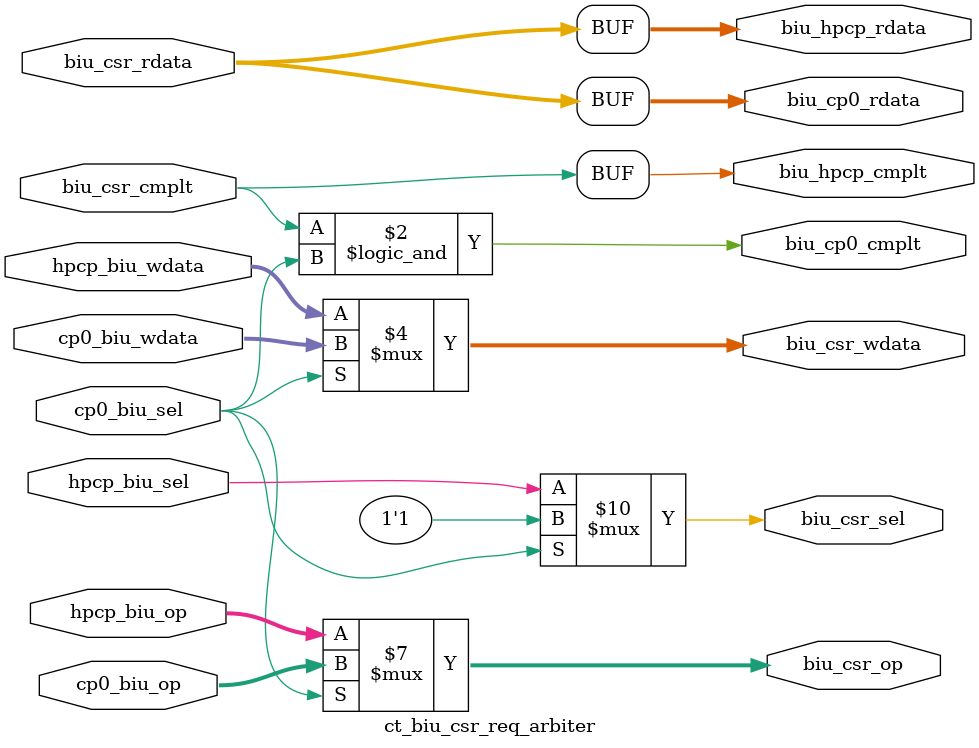
<source format=v>
/*Copyright 2019-2021 T-Head Semiconductor Co., Ltd.

Licensed under the Apache License, Version 2.0 (the "License");
you may not use this file except in compliance with the License.
You may obtain a copy of the License at

    http://www.apache.org/licenses/LICENSE-2.0

Unless required by applicable law or agreed to in writing, software
distributed under the License is distributed on an "AS IS" BASIS,
WITHOUT WARRANTIES OR CONDITIONS OF ANY KIND, either express or implied.
See the License for the specific language governing permissions and
limitations under the License.
*/
module ct_biu_csr_req_arbiter(
  biu_cp0_cmplt,
  biu_cp0_rdata,
  biu_csr_cmplt,
  biu_csr_op,
  biu_csr_rdata,
  biu_csr_sel,
  biu_csr_wdata,
  biu_hpcp_cmplt,
  biu_hpcp_rdata,
  cp0_biu_op,
  cp0_biu_sel,
  cp0_biu_wdata,
  hpcp_biu_op,
  hpcp_biu_sel,
  hpcp_biu_wdata
);

// &Ports; @23
input            biu_csr_cmplt; 
input   [127:0]  biu_csr_rdata; 
input   [15 :0]  cp0_biu_op;    
input            cp0_biu_sel;   
input   [63 :0]  cp0_biu_wdata; 
input   [15 :0]  hpcp_biu_op;   
input            hpcp_biu_sel;  
input   [63 :0]  hpcp_biu_wdata; 
output           biu_cp0_cmplt; 
output  [127:0]  biu_cp0_rdata; 
output  [15 :0]  biu_csr_op;    
output           biu_csr_sel;   
output  [63 :0]  biu_csr_wdata; 
output           biu_hpcp_cmplt; 
output  [127:0]  biu_hpcp_rdata; 

// &Regs; @24
reg     [15 :0]  biu_csr_op;    
reg              biu_csr_sel;   
reg     [63 :0]  biu_csr_wdata; 

// &Wires; @25
wire             biu_cp0_cmplt; 
wire    [127:0]  biu_cp0_rdata; 
wire             biu_csr_cmplt; 
wire    [127:0]  biu_csr_rdata; 
wire             biu_hpcp_cmplt; 
wire    [127:0]  biu_hpcp_rdata; 
wire    [15 :0]  cp0_biu_op;    
wire             cp0_biu_sel;   
wire    [63 :0]  cp0_biu_wdata; 
wire    [15 :0]  hpcp_biu_op;   
wire             hpcp_biu_sel;  
wire    [63 :0]  hpcp_biu_wdata; 


// &CombBeg; @27
always @( hpcp_biu_op[15:0]
       or hpcp_biu_wdata[63:0]
       or cp0_biu_wdata[63:0]
       or cp0_biu_op[15:0]
       or cp0_biu_sel
       or hpcp_biu_sel)
begin
  if(cp0_biu_sel)
  begin
    biu_csr_sel         = 1'b1;
    biu_csr_op[15:0]    = cp0_biu_op[15:0];
    biu_csr_wdata[63:0] = cp0_biu_wdata[63:0];
  end
  else
  begin
    biu_csr_sel         = hpcp_biu_sel;
    biu_csr_op[15:0]    = hpcp_biu_op[15:0];
    biu_csr_wdata[63:0] = hpcp_biu_wdata[63:0];
  end
// &CombEnd; @40
end

assign biu_cp0_cmplt         = biu_csr_cmplt && cp0_biu_sel;
assign biu_cp0_rdata[127:0]  = biu_csr_rdata[127:0];
assign biu_hpcp_cmplt        = biu_csr_cmplt;
assign biu_hpcp_rdata[127:0] = biu_csr_rdata[127:0];

// &ModuleEnd; @47
endmodule



</source>
